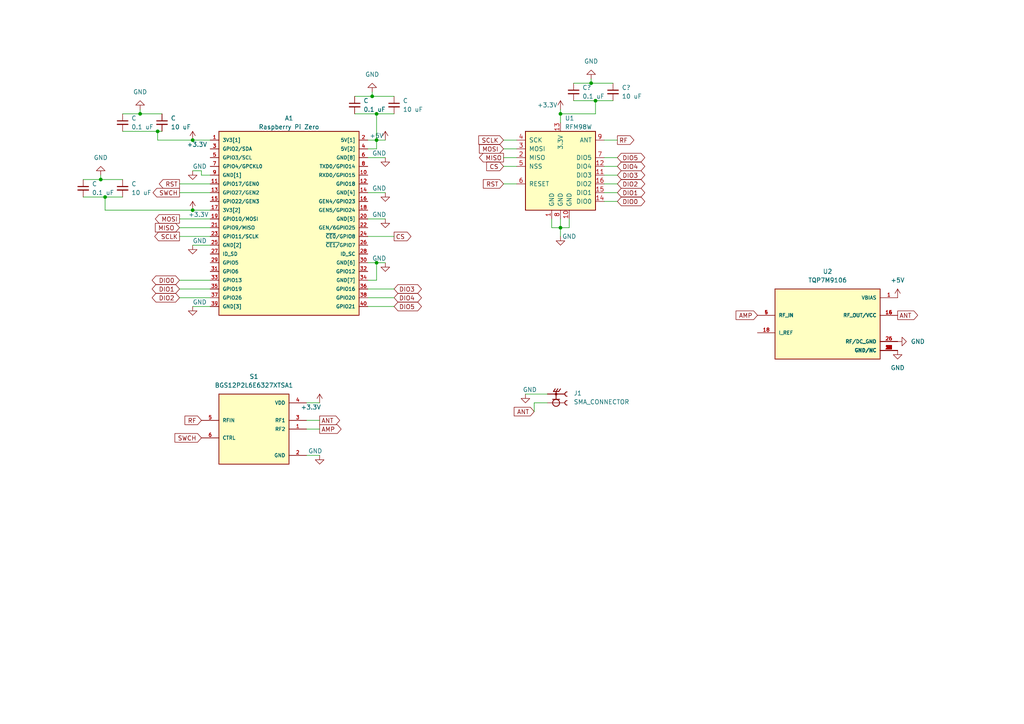
<source format=kicad_sch>
(kicad_sch (version 20211123) (generator eeschema)
  (paper "A4")
  (lib_symbols
    (symbol "ADA3708:ADA3708" (pin_names (offset 1.016))
      (property "Reference" "A" (at -20.3454 26.6954 0))
      (property "Value" "ADA3708" (at -20.3454 -30.5054 0))
      (symbol "ADA3708_0_0"
        (rectangle (start -20.32 -27.94) (end 20.32 25.4) (stroke (width 0.254)) (fill (type background)))
        (pin power_in line (at -22.86 22.86 0) (length 2.54) (name "3V3[1]") (number "1"))
        (pin bidirectional line (at 22.86 12.7 180) (length 2.54) (name "RXD0/GPIO15") (number "10"))
        (pin bidirectional line (at -22.86 10.16 0) (length 2.54) (name "GPIO17/GEN0") (number "11"))
        (pin bidirectional line (at 22.86 10.16 180) (length 2.54) (name "GPIO18") (number "12"))
        (pin bidirectional line (at -22.86 7.62 0) (length 2.54) (name "GPIO27/GEN2") (number "13"))
        (pin power_in line (at 22.86 7.62 180) (length 2.54) (name "GND[4]") (number "14"))
        (pin bidirectional line (at -22.86 5.08 0) (length 2.54) (name "GPIO22/GEN3") (number "15"))
        (pin bidirectional line (at 22.86 5.08 180) (length 2.54) (name "GEN4/GPIO23") (number "16"))
        (pin power_in line (at -22.86 2.54 0) (length 2.54) (name "3V3[2]") (number "17"))
        (pin bidirectional line (at 22.86 2.54 180) (length 2.54) (name "GEN5/GPIO24") (number "18"))
        (pin bidirectional line (at -22.86 0 0) (length 2.54) (name "GPIO10/MOSI") (number "19"))
        (pin power_in line (at 22.86 22.86 180) (length 2.54) (name "5V[1]") (number "2"))
        (pin power_in line (at 22.86 0 180) (length 2.54) (name "GND[5]") (number "20"))
        (pin bidirectional line (at -22.86 -2.54 0) (length 2.54) (name "GPIO9/MISO") (number "21"))
        (pin bidirectional line (at 22.86 -2.54 180) (length 2.54) (name "GEN/6GPIO25") (number "22"))
        (pin bidirectional line (at -22.86 -5.08 0) (length 2.54) (name "GPIO11/SCLK") (number "23"))
        (pin bidirectional line (at 22.86 -5.08 180) (length 2.54) (name "~{CE0}/GPIO8") (number "24"))
        (pin power_in line (at -22.86 -7.62 0) (length 2.54) (name "GND[2]") (number "25"))
        (pin bidirectional line (at 22.86 -7.62 180) (length 2.54) (name "~{CE1/}GPIO7") (number "26"))
        (pin bidirectional line (at -22.86 -10.16 0) (length 2.54) (name "ID_SD") (number "27"))
        (pin bidirectional line (at 22.86 -10.16 180) (length 2.54) (name "ID_SC") (number "28"))
        (pin bidirectional line (at -22.86 -12.7 0) (length 2.54) (name "GPIO5") (number "29"))
        (pin bidirectional line (at -22.86 20.32 0) (length 2.54) (name "GPIO2/SDA") (number "3"))
        (pin power_in line (at 22.86 -12.7 180) (length 2.54) (name "GND[6]") (number "30"))
        (pin bidirectional line (at -22.86 -15.24 0) (length 2.54) (name "GPIO6") (number "31"))
        (pin bidirectional line (at 22.86 -15.24 180) (length 2.54) (name "GPIO12") (number "32"))
        (pin bidirectional line (at -22.86 -17.78 0) (length 2.54) (name "GPIO13") (number "33"))
        (pin power_in line (at 22.86 -17.78 180) (length 2.54) (name "GND[7]") (number "34"))
        (pin bidirectional line (at -22.86 -20.32 0) (length 2.54) (name "GPIO19") (number "35"))
        (pin bidirectional line (at 22.86 -20.32 180) (length 2.54) (name "GPIO16") (number "36"))
        (pin bidirectional line (at -22.86 -22.86 0) (length 2.54) (name "GPIO26") (number "37"))
        (pin bidirectional line (at 22.86 -22.86 180) (length 2.54) (name "GPIO20") (number "38"))
        (pin power_in line (at -22.86 -25.4 0) (length 2.54) (name "GND[3]") (number "39"))
        (pin power_in line (at 22.86 20.32 180) (length 2.54) (name "5V[2]") (number "4"))
        (pin bidirectional line (at 22.86 -25.4 180) (length 2.54) (name "GPIO21") (number "40"))
        (pin bidirectional line (at -22.86 17.78 0) (length 2.54) (name "GPIO3/SCL") (number "5"))
        (pin power_in line (at 22.86 17.78 180) (length 2.54) (name "GND[8]") (number "6"))
        (pin bidirectional line (at -22.86 15.24 0) (length 2.54) (name "GPIO4/GPCKL0") (number "7"))
        (pin bidirectional line (at 22.86 15.24 180) (length 2.54) (name "TXD0/GPIO14") (number "8"))
        (pin power_in line (at -22.86 12.7 0) (length 2.54) (name "GND[1]") (number "9"))
      )
    )
    (symbol "BGS12P2L6E6327XTSA1:BGS12P2L6E6327XTSA1" (pin_names (offset 1.016))
      (property "Reference" "S" (at -10.16 10.922 0))
      (property "Value" "BGS12P2L6E6327XTSA1" (at -10.16 -12.7 0))
      (symbol "BGS12P2L6E6327XTSA1_0_0"
        (rectangle (start -10.16 -10.16) (end 10.16 10.16) (stroke (width 0.254)) (fill (type background)))
        (pin bidirectional line (at 15.24 0 180) (length 5.08) (name "RF2") (number "1"))
        (pin power_in line (at 15.24 -7.62 180) (length 5.08) (name "GND") (number "2"))
        (pin bidirectional line (at 15.24 2.54 180) (length 5.08) (name "RF1") (number "3"))
        (pin power_in line (at 15.24 7.62 180) (length 5.08) (name "VDD") (number "4"))
        (pin input line (at -15.24 2.54 0) (length 5.08) (name "RFIN") (number "5"))
        (pin input line (at -15.24 -2.54 0) (length 5.08) (name "CTRL") (number "6"))
      )
    )
    (symbol "Device:C_Small" (pin_numbers hide) (pin_names (offset 0.254) hide)
      (property "Reference" "C" (at 0.254 1.778 0))
      (property "Value" "C_Small" (at 0.254 -2.032 0))
      (symbol "C_Small_0_1"
        (polyline (pts (xy -1.524 -0.508) (xy 1.524 -0.508)) (stroke (width 0.3302)))
        (polyline (pts (xy -1.524 0.508) (xy 1.524 0.508)) (stroke (width 0.3048)))
      )
      (symbol "C_Small_1_1"
        (pin passive line (at 0 2.54 270) (length 2.032) (name "~") (number "1"))
        (pin passive line (at 0 -2.54 90) (length 2.032) (name "~") (number "2"))
      )
    )
    (symbol "RF_Module:RFM98W-433S2" (pin_names (offset 1.016))
      (property "Reference" "U" (at -10.414 11.684 0))
      (property "Value" "RFM98W-433S2" (at 1.524 11.43 0))
      (symbol "RFM98W-433S2_0_1"
        (rectangle (start -10.16 10.16) (end 10.16 -12.7) (stroke (width 0.254)) (fill (type background)))
      )
      (symbol "RFM98W-433S2_1_1"
        (pin power_in line (at -2.54 -15.24 90) (length 2.54) (name "GND") (number "1"))
        (pin power_in line (at 2.54 -15.24 90) (length 2.54) (name "GND") (number "10"))
        (pin bidirectional line (at 12.7 -2.54 180) (length 2.54) (name "DIO3") (number "11"))
        (pin bidirectional line (at 12.7 0 180) (length 2.54) (name "DIO4") (number "12"))
        (pin power_in line (at 0 12.7 270) (length 2.54) (name "3.3V") (number "13"))
        (pin bidirectional line (at 12.7 -10.16 180) (length 2.54) (name "DIO0") (number "14"))
        (pin bidirectional line (at 12.7 -7.62 180) (length 2.54) (name "DIO1") (number "15"))
        (pin bidirectional line (at 12.7 -5.08 180) (length 2.54) (name "DIO2") (number "16"))
        (pin output line (at -12.7 2.54 0) (length 2.54) (name "MISO") (number "2"))
        (pin input line (at -12.7 5.08 0) (length 2.54) (name "MOSI") (number "3"))
        (pin input line (at -12.7 7.62 0) (length 2.54) (name "SCK") (number "4"))
        (pin input line (at -12.7 0 0) (length 2.54) (name "NSS") (number "5"))
        (pin bidirectional line (at -12.7 -5.08 0) (length 2.54) (name "RESET") (number "6"))
        (pin bidirectional line (at 12.7 2.54 180) (length 2.54) (name "DIO5") (number "7"))
        (pin power_in line (at 0 -15.24 90) (length 2.54) (name "GND") (number "8"))
        (pin bidirectional line (at 12.7 7.62 180) (length 2.54) (name "ANT") (number "9"))
      )
    )
    (symbol "SMA_CONNECTOR:SMA_CONNECTOR" (pin_numbers hide) (pin_names (offset 1.016) hide)
      (property "Reference" "J" (at -3.81 1.524 0))
      (property "Value" "SMA_CONNECTOR" (at -4.064 -6.858 0))
      (symbol "SMA_CONNECTOR_0_0"
        (arc (start -3.175 -3.175) (mid -2.54 -2.54) (end -3.175 -1.905) (stroke (width 0.254)))
        (arc (start -3.175 -0.635) (mid -2.54 0) (end -3.175 0.635) (stroke (width 0.254)))
        (circle (center 0 -2.54) (radius 0.254) (stroke (width 0.254)))
        (polyline (pts (xy -1.016 -1.016) (xy 0 -1.016)) (stroke (width 0.254)))
        (polyline (pts (xy -0.762 -3.302) (xy -1.27 -4.064)) (stroke (width 0.254)))
        (polyline (pts (xy 0 -3.302) (xy -0.762 -3.302)) (stroke (width 0.254)))
        (polyline (pts (xy 0 -3.302) (xy -0.508 -4.064)) (stroke (width 0.254)))
        (polyline (pts (xy 0 -3.302) (xy 0.762 -3.302)) (stroke (width 0.254)))
        (polyline (pts (xy 0 -1.016) (xy 0 -3.302)) (stroke (width 0.254)))
        (polyline (pts (xy 0 -1.016) (xy 1.016 -1.016)) (stroke (width 0.254)))
        (polyline (pts (xy 0.762 -3.302) (xy 0.254 -4.064)) (stroke (width 0.254)))
        (circle (center 0 0) (radius 1.016) (stroke (width 0.254)))
        (pin passive line (at 2.54 0 180) (length 5.08) (name "~") (number "1"))
        (pin passive line (at 2.54 -2.54 180) (length 5.08) (name "~") (number "G1"))
        (pin passive line (at 2.54 -2.54 180) (length 5.08) (name "~") (number "G2"))
        (pin passive line (at 2.54 -2.54 180) (length 5.08) (name "~") (number "G3"))
        (pin passive line (at 2.54 -2.54 180) (length 5.08) (name "~") (number "G4"))
      )
    )
    (symbol "TQP7M9106:TQP7M9106" (pin_names (offset 1.016))
      (property "Reference" "U" (at -15.24 10.668 0))
      (property "Value" "TQP7M9106" (at -15.24 -12.7 0))
      (symbol "TQP7M9106_0_0"
        (rectangle (start -15.24 -10.16) (end 15.24 10.16) (stroke (width 0.254)) (fill (type background)))
        (pin power_in line (at 20.32 7.62 180) (length 5.08) (name "VBIAS") (number "1"))
        (pin power_in line (at 20.32 -7.62 180) (length 5.08) (name "GND/NC") (number "10"))
        (pin power_in line (at 20.32 -7.62 180) (length 5.08) (name "GND/NC") (number "11"))
        (pin power_in line (at 20.32 -7.62 180) (length 5.08) (name "GND/NC") (number "12"))
        (pin power_in line (at 20.32 -7.62 180) (length 5.08) (name "GND/NC") (number "13"))
        (pin output line (at 20.32 2.54 180) (length 5.08) (name "RF_OUT/VCC") (number "14"))
        (pin output line (at 20.32 2.54 180) (length 5.08) (name "RF_OUT/VCC") (number "15"))
        (pin output line (at 20.32 2.54 180) (length 5.08) (name "RF_OUT/VCC") (number "16"))
        (pin power_in line (at 20.32 -7.62 180) (length 5.08) (name "GND/NC") (number "17"))
        (pin input line (at -20.32 -2.54 0) (length 5.08) (name "I_REF") (number "18"))
        (pin power_in line (at 20.32 -7.62 180) (length 5.08) (name "GND/NC") (number "19"))
        (pin power_in line (at 20.32 -7.62 180) (length 5.08) (name "GND/NC") (number "2"))
        (pin power_in line (at 20.32 -7.62 180) (length 5.08) (name "GND/NC") (number "20"))
        (pin power_in line (at 20.32 -7.62 180) (length 5.08) (name "GND/NC") (number "21"))
        (pin power_in line (at 20.32 -7.62 180) (length 5.08) (name "GND/NC") (number "22"))
        (pin power_in line (at 20.32 -7.62 180) (length 5.08) (name "GND/NC") (number "23"))
        (pin power_in line (at 20.32 -7.62 180) (length 5.08) (name "GND/NC") (number "24"))
        (pin power_in line (at 20.32 -5.08 180) (length 5.08) (name "RF/DC_GND") (number "25"))
        (pin power_in line (at 20.32 -5.08 180) (length 5.08) (name "RF/DC_GND") (number "26"))
        (pin power_in line (at 20.32 -7.62 180) (length 5.08) (name "GND/NC") (number "3"))
        (pin input line (at -20.32 2.54 0) (length 5.08) (name "RF_IN") (number "4"))
        (pin input line (at -20.32 2.54 0) (length 5.08) (name "RF_IN") (number "5"))
        (pin power_in line (at 20.32 -7.62 180) (length 5.08) (name "GND/NC") (number "6"))
        (pin power_in line (at 20.32 -7.62 180) (length 5.08) (name "GND/NC") (number "7"))
        (pin power_in line (at 20.32 -7.62 180) (length 5.08) (name "GND/NC") (number "8"))
        (pin power_in line (at 20.32 -7.62 180) (length 5.08) (name "GND/NC") (number "9"))
      )
    )
    (symbol "power:+3.3V" (power) (pin_names (offset 0))
      (property "Value" "+3.3V" (at 0 3.556 0))
      (symbol "+3.3V_0_1"
        (polyline (pts (xy -0.762 1.27) (xy 0 2.54)))
        (polyline (pts (xy 0 0) (xy 0 2.54)))
        (polyline (pts (xy 0 2.54) (xy 0.762 1.27)))
      )
      (symbol "+3.3V_1_1"
        (pin power_in line (at 0 0 90) (length 0) hide (name "+3.3V") (number "1"))
      )
    )
    (symbol "power:+5V" (power) (pin_names (offset 0))
      (property "Value" "+5V" (at 0 3.556 0))
      (symbol "+5V_0_1"
        (polyline (pts (xy -0.762 1.27) (xy 0 2.54)))
        (polyline (pts (xy 0 0) (xy 0 2.54)))
        (polyline (pts (xy 0 2.54) (xy 0.762 1.27)))
      )
      (symbol "+5V_1_1"
        (pin power_in line (at 0 0 90) (length 0) hide (name "+5V") (number "1"))
      )
    )
    (symbol "power:GND" (power) (pin_names (offset 0))
      (property "Value" "GND" (at 0 -3.81 0))
      (symbol "GND_0_1"
        (polyline (pts (xy 0 0) (xy 0 -1.27) (xy 1.27 -1.27) (xy 0 -2.54) (xy -1.27 -1.27) (xy 0 -1.27)))
      )
      (symbol "GND_1_1"
        (pin power_in line (at 0 0 270) (length 0) hide (name "GND") (number "1"))
      )
    )
  )
  (junction (at 109.22 33.02))
  (junction (at 40.64 33.02))
  (junction (at 45.72 38.1))
  (junction (at 162.56 33.02))
  (junction (at 172.72 29.21))
  (junction (at 29.21 52.07))
  (junction (at 171.45 24.13))
  (junction (at 162.56 66.04))
  (junction (at 55.88 60.96))
  (junction (at 107.95 27.94))
  (junction (at 30.48 57.15))
  (junction (at 55.88 40.64))
  (junction (at 109.22 40.64))
  (junction (at 109.22 76.2))
  (wire (pts (xy 106.68 83.82) (xy 114.3 83.82)))
  (wire (pts (xy 106.68 63.5) (xy 111.76 63.5)))
  (wire (pts (xy 109.22 81.28) (xy 109.22 76.2)))
  (wire (pts (xy 106.68 86.36) (xy 114.3 86.36)))
  (wire (pts (xy 88.9 124.46) (xy 92.71 124.46)))
  (wire (pts (xy 175.26 55.88) (xy 179.07 55.88)))
  (wire (pts (xy 172.72 29.21) (xy 177.8 29.21)))
  (wire (pts (xy 52.07 81.28) (xy 60.96 81.28)))
  (wire (pts (xy 146.05 40.64) (xy 149.86 40.64)))
  (wire (pts (xy 152.4 114.3) (xy 158.75 114.3)))
  (wire (pts (xy 175.26 40.64) (xy 179.07 40.64)))
  (wire (pts (xy 160.02 63.5) (xy 160.02 66.04)))
  (wire (pts (xy 52.07 86.36) (xy 60.96 86.36)))
  (wire (pts (xy 162.56 31.75) (xy 162.56 33.02)))
  (wire (pts (xy 109.22 33.02) (xy 109.22 40.64)))
  (wire (pts (xy 106.68 88.9) (xy 114.3 88.9)))
  (wire (pts (xy 162.56 33.02) (xy 172.72 33.02)))
  (wire (pts (xy 106.68 68.58) (xy 114.3 68.58)))
  (wire (pts (xy 106.68 76.2) (xy 109.22 76.2)))
  (wire (pts (xy 109.22 33.02) (xy 114.3 33.02)))
  (wire (pts (xy 171.45 24.13) (xy 177.8 24.13)))
  (wire (pts (xy 58.42 50.8) (xy 58.42 49.53)))
  (wire (pts (xy 40.64 31.75) (xy 40.64 33.02)))
  (wire (pts (xy 52.07 55.88) (xy 60.96 55.88)))
  (wire (pts (xy 175.26 45.72) (xy 179.07 45.72)))
  (wire (pts (xy 172.72 33.02) (xy 172.72 29.21)))
  (wire (pts (xy 45.72 38.1) (xy 46.99 38.1)))
  (wire (pts (xy 55.88 71.12) (xy 60.96 71.12)))
  (wire (pts (xy 154.94 116.84) (xy 158.75 116.84)))
  (wire (pts (xy 52.07 63.5) (xy 60.96 63.5)))
  (wire (pts (xy 58.42 49.53) (xy 55.88 49.53)))
  (wire (pts (xy 29.21 50.8) (xy 29.21 52.07)))
  (wire (pts (xy 52.07 83.82) (xy 60.96 83.82)))
  (wire (pts (xy 24.13 57.15) (xy 30.48 57.15)))
  (wire (pts (xy 146.05 48.26) (xy 149.86 48.26)))
  (wire (pts (xy 165.1 66.04) (xy 162.56 66.04)))
  (wire (pts (xy 171.45 22.86) (xy 171.45 24.13)))
  (wire (pts (xy 55.88 60.96) (xy 60.96 60.96)))
  (wire (pts (xy 109.22 76.2) (xy 111.76 76.2)))
  (wire (pts (xy 107.95 26.67) (xy 107.95 27.94)))
  (wire (pts (xy 175.26 48.26) (xy 179.07 48.26)))
  (wire (pts (xy 175.26 58.42) (xy 179.07 58.42)))
  (wire (pts (xy 175.26 50.8) (xy 179.07 50.8)))
  (wire (pts (xy 160.02 66.04) (xy 162.56 66.04)))
  (wire (pts (xy 88.9 132.08) (xy 92.71 132.08)))
  (wire (pts (xy 35.56 38.1) (xy 45.72 38.1)))
  (wire (pts (xy 52.07 68.58) (xy 60.96 68.58)))
  (wire (pts (xy 40.64 33.02) (xy 46.99 33.02)))
  (wire (pts (xy 45.72 40.64) (xy 45.72 38.1)))
  (wire (pts (xy 55.88 88.9) (xy 60.96 88.9)))
  (wire (pts (xy 30.48 57.15) (xy 35.56 57.15)))
  (wire (pts (xy 24.13 52.07) (xy 29.21 52.07)))
  (wire (pts (xy 106.68 81.28) (xy 109.22 81.28)))
  (wire (pts (xy 162.56 33.02) (xy 162.56 35.56)))
  (wire (pts (xy 52.07 66.04) (xy 60.96 66.04)))
  (wire (pts (xy 162.56 63.5) (xy 162.56 66.04)))
  (wire (pts (xy 60.96 50.8) (xy 58.42 50.8)))
  (wire (pts (xy 175.26 53.34) (xy 179.07 53.34)))
  (wire (pts (xy 88.9 121.92) (xy 92.71 121.92)))
  (wire (pts (xy 162.56 66.04) (xy 162.56 68.58)))
  (wire (pts (xy 106.68 45.72) (xy 111.76 45.72)))
  (wire (pts (xy 29.21 52.07) (xy 35.56 52.07)))
  (wire (pts (xy 166.37 29.21) (xy 172.72 29.21)))
  (wire (pts (xy 55.88 40.64) (xy 60.96 40.64)))
  (wire (pts (xy 55.88 60.96) (xy 30.48 60.96)))
  (wire (pts (xy 102.87 33.02) (xy 109.22 33.02)))
  (wire (pts (xy 102.87 27.94) (xy 107.95 27.94)))
  (wire (pts (xy 166.37 24.13) (xy 171.45 24.13)))
  (wire (pts (xy 106.68 43.18) (xy 109.22 43.18)))
  (wire (pts (xy 109.22 43.18) (xy 109.22 40.64)))
  (wire (pts (xy 52.07 53.34) (xy 60.96 53.34)))
  (wire (pts (xy 154.94 116.84) (xy 154.94 119.38)))
  (wire (pts (xy 30.48 60.96) (xy 30.48 57.15)))
  (wire (pts (xy 55.88 40.64) (xy 45.72 40.64)))
  (wire (pts (xy 106.68 40.64) (xy 109.22 40.64)))
  (wire (pts (xy 146.05 43.18) (xy 149.86 43.18)))
  (wire (pts (xy 146.05 45.72) (xy 149.86 45.72)))
  (wire (pts (xy 165.1 63.5) (xy 165.1 66.04)))
  (wire (pts (xy 107.95 27.94) (xy 114.3 27.94)))
  (wire (pts (xy 35.56 33.02) (xy 40.64 33.02)))
  (wire (pts (xy 88.9 116.84) (xy 92.71 116.84)))
  (wire (pts (xy 106.68 55.88) (xy 111.76 55.88)))
  (wire (pts (xy 109.22 40.64) (xy 111.76 40.64)))
  (wire (pts (xy 146.05 53.34) (xy 149.86 53.34)))
  (global_label "MISO" (shape input) (at 52.07 66.04 180) (property "Intersheet References" "${INTERSHEET_REFS}" (effects hide)))
  (global_label "CS" (shape output) (at 114.3 68.58 0) (property "Intersheet References" "${INTERSHEET_REFS}" (effects hide)))
  (global_label "DIO5" (shape bidirectional) (at 114.3 88.9 0) (property "Intersheet References" "${INTERSHEET_REFS}" (effects hide)))
  (global_label "DIO2" (shape bidirectional) (at 179.07 53.34 0) (property "Intersheet References" "${INTERSHEET_REFS}" (effects hide)))
  (global_label "DIO3" (shape bidirectional) (at 114.3 83.82 0) (property "Intersheet References" "${INTERSHEET_REFS}" (effects hide)))
  (global_label "RST" (shape output) (at 52.07 53.34 180) (property "Intersheet References" "${INTERSHEET_REFS}" (effects hide)))
  (global_label "RF" (shape output) (at 179.07 40.64 0) (property "Intersheet References" "${INTERSHEET_REFS}" (effects hide)))
  (global_label "DIO0" (shape bidirectional) (at 179.07 58.42 0) (property "Intersheet References" "${INTERSHEET_REFS}" (effects hide)))
  (global_label "DIO3" (shape bidirectional) (at 179.07 50.8 0) (property "Intersheet References" "${INTERSHEET_REFS}" (effects hide)))
  (global_label "AMP" (shape output) (at 92.71 124.46 0) (property "Intersheet References" "${INTERSHEET_REFS}" (effects hide)))
  (global_label "RF" (shape input) (at 58.42 121.92 180) (property "Intersheet References" "${INTERSHEET_REFS}" (effects hide)))
  (global_label "SWCH" (shape input) (at 58.42 127 180) (property "Intersheet References" "${INTERSHEET_REFS}" (effects hide)))
  (global_label "DIO1" (shape bidirectional) (at 179.07 55.88 0) (property "Intersheet References" "${INTERSHEET_REFS}" (effects hide)))
  (global_label "SCLK" (shape input) (at 146.05 40.64 180) (property "Intersheet References" "${INTERSHEET_REFS}" (effects hide)))
  (global_label "DIO1" (shape bidirectional) (at 52.07 83.82 180) (property "Intersheet References" "${INTERSHEET_REFS}" (effects hide)))
  (global_label "DIO2" (shape bidirectional) (at 52.07 86.36 180) (property "Intersheet References" "${INTERSHEET_REFS}" (effects hide)))
  (global_label "ANT" (shape input) (at 154.94 119.38 180) (property "Intersheet References" "${INTERSHEET_REFS}" (effects hide)))
  (global_label "ANT" (shape output) (at 260.35 91.44 0) (property "Intersheet References" "${INTERSHEET_REFS}" (effects hide)))
  (global_label "MOSI" (shape output) (at 52.07 63.5 180) (property "Intersheet References" "${INTERSHEET_REFS}" (effects hide)))
  (global_label "DIO4" (shape bidirectional) (at 114.3 86.36 0) (property "Intersheet References" "${INTERSHEET_REFS}" (effects hide)))
  (global_label "RST" (shape input) (at 146.05 53.34 180) (property "Intersheet References" "${INTERSHEET_REFS}" (effects hide)))
  (global_label "AMP" (shape input) (at 219.71 91.44 180) (property "Intersheet References" "${INTERSHEET_REFS}" (effects hide)))
  (global_label "ANT" (shape output) (at 92.71 121.92 0) (property "Intersheet References" "${INTERSHEET_REFS}" (effects hide)))
  (global_label "SCLK" (shape output) (at 52.07 68.58 180) (property "Intersheet References" "${INTERSHEET_REFS}" (effects hide)))
  (global_label "MOSI" (shape input) (at 146.05 43.18 180) (property "Intersheet References" "${INTERSHEET_REFS}" (effects hide)))
  (global_label "DIO4" (shape bidirectional) (at 179.07 48.26 0) (property "Intersheet References" "${INTERSHEET_REFS}" (effects hide)))
  (global_label "CS" (shape input) (at 146.05 48.26 180) (property "Intersheet References" "${INTERSHEET_REFS}" (effects hide)))
  (global_label "MISO" (shape output) (at 146.05 45.72 180) (property "Intersheet References" "${INTERSHEET_REFS}" (effects hide)))
  (global_label "SWCH" (shape output) (at 52.07 55.88 180) (property "Intersheet References" "${INTERSHEET_REFS}" (effects hide)))
  (global_label "DIO0" (shape bidirectional) (at 52.07 81.28 180) (property "Intersheet References" "${INTERSHEET_REFS}" (effects hide)))
  (global_label "DIO5" (shape bidirectional) (at 179.07 45.72 0) (property "Intersheet References" "${INTERSHEET_REFS}" (effects hide)))
  (symbol (lib_id "RF_Module:RFM98W-433S2") (at 162.56 48.26 0) (unit 1)
    (property "Reference" "U1" (at 163.83 34.29 0) (effects (justify left)))
    (property "Value" "RFM98W" (at 163.83 36.83 0) (effects (justify left)))
    (property "Footprint" "RFM98W-433S2:XCVR_RFM98W-433S2" (effects hide))
    (property "Datasheet" "https://www.hoperf.com/data/upload/portal/20181127/5bfcdb5e17543.pdf" (effects hide))
  )
  (symbol (lib_id "Device:C_Small") (at 166.37 26.67 0) (unit 1)
    (property "Reference" "C?" (at 168.91 25.4062 0) (effects (justify left)))
    (property "Value" "0.1 uF" (at 168.91 27.9462 0) (effects (justify left)))
  )
  (symbol (lib_id "power:GND") (at 162.56 68.58 0) (unit 1)
    (property "Reference" "#PWR015" (effects hide))
    (property "Value" "GND" (at 165.1 68.58 0))
  )
  (symbol (lib_id "power:GND") (at 107.95 26.67 180) (unit 1)
    (property "Reference" "#PWR?" (effects hide))
    (property "Value" "GND" (at 107.95 21.59 0))
  )
  (symbol (lib_id "power:+5V") (at 260.35 86.36 0) (unit 1)
    (property "Reference" "#PWR?" (effects hide))
    (property "Value" "+5V" (at 260.35 81.28 0))
  )
  (symbol (lib_id "SMA_CONNECTOR:SMA_CONNECTOR") (at 161.29 116.84 180) (unit 1)
    (property "Reference" "J1" (at 166.37 114.0459 0) (effects (justify right)))
    (property "Value" "SMA_CONNECTOR" (at 166.37 116.5859 0) (effects (justify right)))
    (property "Footprint" "SMA_CONNECTOR:LPRS_SMA_CONNECTOR" (effects hide))
    (property "MAXIMUM_PACKAGE_HEIGHT" "8.3 mm" (effects hide))
    (property "MANUFACTURER" "LPRS" (effects hide))
    (property "PARTREV" "1.3" (effects hide))
    (property "STANDARD" "Manufacturer Recommendations" (effects hide))
  )
  (symbol (lib_id "power:GND") (at 111.76 55.88 0) (unit 1)
    (property "Reference" "#PWR010" (effects hide))
    (property "Value" "GND" (at 107.95 54.61 0) (effects (justify left)))
  )
  (symbol (lib_id "Device:C_Small") (at 24.13 54.61 0) (unit 1)
    (property "Reference" "C" (at 26.67 53.3462 0) (effects (justify left)))
    (property "Value" "0.1 uF" (at 26.67 55.8862 0) (effects (justify left)))
  )
  (symbol (lib_id "power:GND") (at 111.76 45.72 0) (unit 1)
    (property "Reference" "#PWR09" (effects hide))
    (property "Value" "GND" (at 107.95 44.45 0) (effects (justify left)))
  )
  (symbol (lib_id "power:GND") (at 29.21 50.8 180) (unit 1)
    (property "Reference" "#PWR?" (effects hide))
    (property "Value" "GND" (at 29.21 45.72 0))
  )
  (symbol (lib_id "power:GND") (at 260.35 99.06 90) (unit 1)
    (property "Reference" "#PWR?" (effects hide))
    (property "Value" "GND" (at 264.16 99.0599 90) (effects (justify right)))
  )
  (symbol (lib_id "ADA3708:ADA3708") (at 83.82 63.5 0) (unit 1)
    (property "Reference" "A1" (at 83.82 34.29 0))
    (property "Value" "Raspberry Pi Zero" (at 83.82 36.83 0))
    (property "Footprint" "ADA3708:ADA3708_RPI-ZERO" (effects hide))
    (property "STANDARD" "MAnufactutrer Recommendations" (effects hide))
    (property "MANUFACTURER" "Raspberry" (effects hide))
  )
  (symbol (lib_id "power:GND") (at 55.88 49.53 0) (unit 1)
    (property "Reference" "#PWR02" (effects hide))
    (property "Value" "GND" (at 55.88 48.26 0) (effects (justify left)))
  )
  (symbol (lib_id "Device:C_Small") (at 35.56 54.61 0) (unit 1)
    (property "Reference" "C" (at 38.1 53.3462 0) (effects (justify left)))
    (property "Value" "10 uF" (at 38.1 55.8862 0) (effects (justify left)))
  )
  (symbol (lib_id "power:GND") (at 40.64 31.75 180) (unit 1)
    (property "Reference" "#PWR?" (effects hide))
    (property "Value" "GND" (at 40.64 26.67 0))
  )
  (symbol (lib_id "TQP7M9106:TQP7M9106") (at 240.03 93.98 0) (unit 1)
    (property "Reference" "U2" (at 240.03 78.74 0))
    (property "Value" "TQP7M9106" (at 240.03 81.28 0))
    (property "Footprint" "TQP7M9106:QFN50P400X400X90-25N" (effects hide))
    (property "MANUFACTURER" "Qorvo" (effects hide))
    (property "STANDARD" "IPC-7351B" (effects hide))
    (property "SNAPEDA_PN" "TQP7M9106" (effects hide))
    (property "PARTREV" "Rev.D" (effects hide))
    (property "MAXIMUM_PACKAGE_HEIGHT" "0.9 mm" (effects hide))
  )
  (symbol (lib_id "Device:C_Small") (at 177.8 26.67 0) (unit 1)
    (property "Reference" "C?" (at 180.34 25.4062 0) (effects (justify left)))
    (property "Value" "10 uF" (at 180.34 27.9462 0) (effects (justify left)))
  )
  (symbol (lib_id "power:GND") (at 111.76 63.5 0) (unit 1)
    (property "Reference" "#PWR011" (effects hide))
    (property "Value" "GND" (at 107.95 62.23 0) (effects (justify left)))
  )
  (symbol (lib_id "power:GND") (at 260.35 101.6 0) (unit 1)
    (property "Reference" "#PWR?" (effects hide))
    (property "Value" "GND" (at 260.35 106.68 0))
  )
  (symbol (lib_id "power:+5V") (at 111.76 40.64 0) (unit 1)
    (property "Reference" "#PWR08" (effects hide))
    (property "Value" "+5V" (at 109.22 39.37 0))
  )
  (symbol (lib_id "power:+3.3V") (at 92.71 116.84 0) (unit 1)
    (property "Reference" "#PWR06" (effects hide))
    (property "Value" "+3.3V" (at 90.17 118.11 0))
  )
  (symbol (lib_id "Device:C_Small") (at 114.3 30.48 0) (unit 1)
    (property "Reference" "C" (at 116.84 29.2162 0) (effects (justify left)))
    (property "Value" "10 uF" (at 116.84 31.7562 0) (effects (justify left)))
  )
  (symbol (lib_id "Device:C_Small") (at 35.56 35.56 0) (unit 1)
    (property "Reference" "C" (at 38.1 34.2962 0) (effects (justify left)))
    (property "Value" "0.1 uF" (at 38.1 36.8362 0) (effects (justify left)))
  )
  (symbol (lib_id "Device:C_Small") (at 102.87 30.48 0) (unit 1)
    (property "Reference" "C" (at 105.41 29.2162 0) (effects (justify left)))
    (property "Value" "0.1 uF" (at 105.41 31.7562 0) (effects (justify left)))
  )
  (symbol (lib_id "power:+3.3V") (at 55.88 40.64 0) (unit 1)
    (property "Reference" "#PWR01" (effects hide))
    (property "Value" "+3.3V" (at 57.15 41.91 0))
  )
  (symbol (lib_id "power:GND") (at 92.71 132.08 0) (unit 1)
    (property "Reference" "#PWR07" (effects hide))
    (property "Value" "GND" (at 91.44 130.81 0))
  )
  (symbol (lib_id "Device:C_Small") (at 46.99 35.56 0) (unit 1)
    (property "Reference" "C" (at 49.53 34.2962 0) (effects (justify left)))
    (property "Value" "10 uF" (at 49.53 36.8362 0) (effects (justify left)))
  )
  (symbol (lib_id "power:GND") (at 55.88 71.12 0) (unit 1)
    (property "Reference" "#PWR04" (effects hide))
    (property "Value" "GND" (at 55.88 69.85 0) (effects (justify left)))
  )
  (symbol (lib_id "power:+3.3V") (at 55.88 60.96 0) (unit 1)
    (property "Reference" "#PWR03" (effects hide))
    (property "Value" "+3.3V" (at 54.61 62.23 0) (effects (justify left)))
  )
  (symbol (lib_id "power:GND") (at 111.76 76.2 0) (unit 1)
    (property "Reference" "#PWR012" (effects hide))
    (property "Value" "GND" (at 107.95 74.93 0) (effects (justify left)))
  )
  (symbol (lib_id "power:GND") (at 55.88 88.9 0) (unit 1)
    (property "Reference" "#PWR05" (effects hide))
    (property "Value" "GND" (at 55.88 87.63 0) (effects (justify left)))
  )
  (symbol (lib_id "BGS12P2L6E6327XTSA1:BGS12P2L6E6327XTSA1") (at 73.66 124.46 0) (unit 1)
    (property "Reference" "S1" (at 73.66 109.22 0))
    (property "Value" "BGS12P2L6E6327XTSA1" (at 73.66 111.76 0))
    (property "Footprint" "BGS12P2L6E6327XTSA1:SW_BGS12P2L6E6327XTSA1" (effects hide))
    (property "MAXIMUM_PACKAGE_HEIGHT" "0.32mm" (effects hide))
    (property "MANUFACTURER" "Infineon" (effects hide))
    (property "STANDARD" "Manufacturer Recommendations" (effects hide))
    (property "PARTREV" "2" (effects hide))
  )
  (symbol (lib_id "power:GND") (at 171.45 22.86 180) (unit 1)
    (property "Reference" "#PWR?" (effects hide))
    (property "Value" "GND" (at 171.45 17.78 0))
  )
  (symbol (lib_id "power:GND") (at 152.4 114.3 0) (unit 1)
    (property "Reference" "#PWR013" (effects hide))
    (property "Value" "GND" (at 153.67 113.03 0))
  )
  (symbol (lib_id "power:+3.3V") (at 162.56 31.75 0) (unit 1)
    (property "Reference" "#PWR014" (effects hide))
    (property "Value" "+3.3V" (at 158.75 30.48 0))
  )
)
</source>
